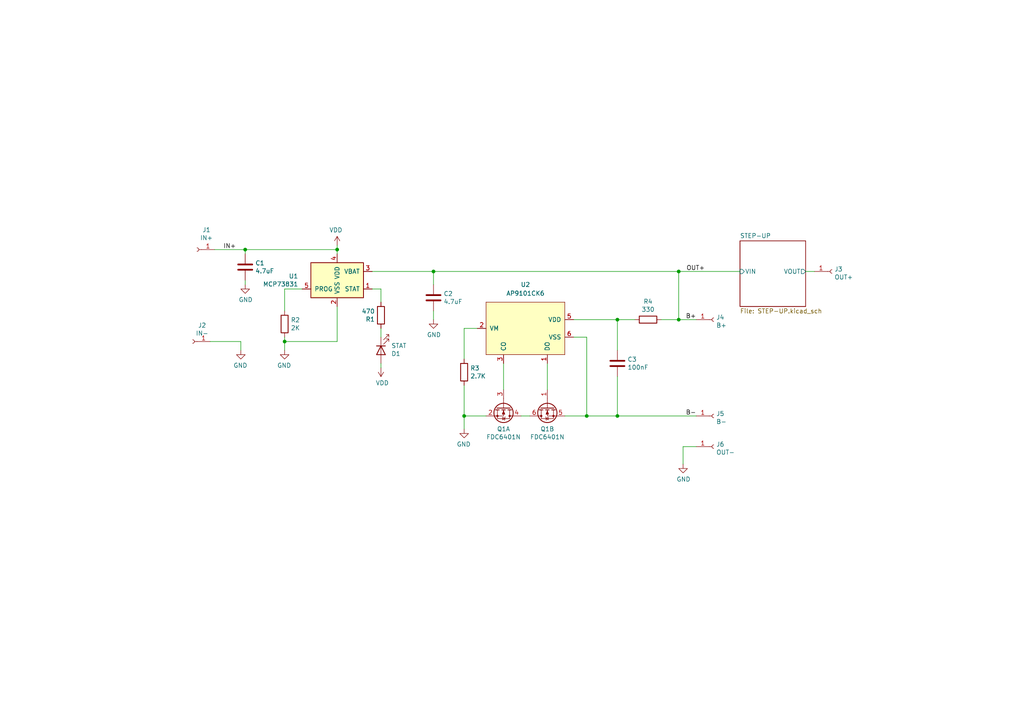
<source format=kicad_sch>
(kicad_sch (version 20211123) (generator eeschema)
  (paper "A4")
  (title_block (title "Cargador de Baterias Litio") (date "2020-09-01") (rev "V 1.0.0") (company "maykolrey.com"))
  (lib_symbols
    (symbol "Connector:Conn_01x01_Female" (pin_names (offset 1.016) hide)
      (property "Reference" "J" (at 0 2.54 0))
      (property "Value" "Conn_01x01_Female" (at 0 -2.54 0))
      (symbol "Conn_01x01_Female_1_1"
        (polyline (pts (xy -1.27 0) (xy -0.508 0)) (stroke (width 0.1524)))
        (arc (start 0 0.508) (mid -0.508 0) (end 0 -0.508) (stroke (width 0.1524)))
        (pin passive line (at -5.08 0 0) (length 3.81) (name "Pin_1") (number "1"))
      )
    )
    (symbol "Device:C" (pin_numbers hide) (pin_names (offset 0.254))
      (property "Reference" "C" (at 0.635 2.54 0))
      (property "Value" "C" (at 0.635 -2.54 0))
      (symbol "C_0_1"
        (polyline (pts (xy -2.032 -0.762) (xy 2.032 -0.762)) (stroke (width 0.508)))
        (polyline (pts (xy -2.032 0.762) (xy 2.032 0.762)) (stroke (width 0.508)))
      )
      (symbol "C_1_1"
        (pin passive line (at 0 3.81 270) (length 2.794) (name "~") (number "1"))
        (pin passive line (at 0 -3.81 90) (length 2.794) (name "~") (number "2"))
      )
    )
    (symbol "Device:LED" (pin_numbers hide) (pin_names (offset 1.016) hide)
      (property "Reference" "D" (at 0 2.54 0))
      (property "Value" "LED" (at 0 -2.54 0))
      (symbol "LED_0_1"
        (polyline (pts (xy -1.27 -1.27) (xy -1.27 1.27)) (stroke (width 0.254)))
        (polyline (pts (xy -1.27 0) (xy 1.27 0)))
        (polyline (pts (xy 1.27 -1.27) (xy 1.27 1.27) (xy -1.27 0) (xy 1.27 -1.27)) (stroke (width 0.254)))
        (polyline (pts (xy -3.048 -0.762) (xy -4.572 -2.286) (xy -3.81 -2.286) (xy -4.572 -2.286) (xy -4.572 -1.524)))
        (polyline (pts (xy -1.778 -0.762) (xy -3.302 -2.286) (xy -2.54 -2.286) (xy -3.302 -2.286) (xy -3.302 -1.524)))
      )
      (symbol "LED_1_1"
        (pin passive line (at -3.81 0 0) (length 2.54) (name "K") (number "1"))
        (pin passive line (at 3.81 0 180) (length 2.54) (name "A") (number "2"))
      )
    )
    (symbol "Device:R" (pin_numbers hide) (pin_names (offset 0))
      (property "Reference" "R" (at 2.032 0 90))
      (property "Value" "R" (at 0 0 90))
      (symbol "R_0_1"
        (rectangle (start -1.016 -2.54) (end 1.016 2.54) (stroke (width 0.254)))
      )
      (symbol "R_1_1"
        (pin passive line (at 0 3.81 270) (length 1.27) (name "~") (number "1"))
        (pin passive line (at 0 -3.81 90) (length 1.27) (name "~") (number "2"))
      )
    )
    (symbol "cargadorDeBateriasLitIon-rescue:AP9101C_SOT-26-Mss_devices" (pin_names (offset 1.016))
      (property "Reference" "U" (at 7.62 -8.89 0))
      (property "Value" "AP9101C_SOT-26-Mss_devices" (at -1.27 8.89 0))
      (symbol "AP9101C_SOT-26-Mss_devices_0_0"
        (pin output line (at -6.35 -10.16 90) (length 2.54) (name "DO") (number "1"))
        (pin output line (at 13.97 0 180) (length 2.54) (name "VM") (number "2"))
        (pin output line (at 6.35 -10.16 90) (length 2.54) (name "CO") (number "3"))
        (pin no_connect non_logic (at 0 -10.16 90) (length 2.54) hide (name "NC") (number "4"))
        (pin power_in line (at -13.97 2.54 0) (length 2.54) (name "VDD") (number "5"))
        (pin passive line (at -13.97 -2.54 0) (length 2.54) (name "VSS") (number "6"))
      )
      (symbol "AP9101C_SOT-26-Mss_devices_0_1"
        (rectangle (start -11.43 7.62) (end 11.43 -7.62) (fill (type background)))
      )
    )
    (symbol "cargadorDeBateriasLitIon-rescue:FDC6401N-MSS_Transistor" (pin_names (offset 0) hide)
      (property "Reference" "Q" (at 5.08 1.27 0))
      (property "Value" "FDC6401N-MSS_Transistor" (at 5.08 -1.27 0))
      (symbol "FDC6401N-MSS_Transistor_0_1"
        (polyline (pts (xy 0.254 0) (xy -2.54 0)))
        (polyline (pts (xy 0.254 1.905) (xy 0.254 -1.905)) (stroke (width 0.254)))
        (polyline (pts (xy 0.762 -1.27) (xy 0.762 -2.286)) (stroke (width 0.254)))
        (polyline (pts (xy 0.762 0.508) (xy 0.762 -0.508)) (stroke (width 0.254)))
        (polyline (pts (xy 0.762 2.286) (xy 0.762 1.27)) (stroke (width 0.254)))
        (polyline (pts (xy 2.54 2.54) (xy 2.54 1.778)))
        (polyline (pts (xy 2.54 -2.54) (xy 2.54 0) (xy 0.762 0)))
        (polyline (pts (xy 0.762 -1.778) (xy 3.302 -1.778) (xy 3.302 1.778) (xy 0.762 1.778)))
        (polyline (pts (xy 1.016 0) (xy 2.032 0.381) (xy 2.032 -0.381) (xy 1.016 0)) (fill (type outline)))
        (polyline (pts (xy 2.794 0.508) (xy 2.921 0.381) (xy 3.683 0.381) (xy 3.81 0.254)))
        (polyline (pts (xy 3.302 0.381) (xy 2.921 -0.254) (xy 3.683 -0.254) (xy 3.302 0.381)))
        (circle (center 1.651 0) (radius 2.794) (stroke (width 0.254)))
        (circle (center 2.54 -1.778) (radius 0.254) (fill (type outline)))
        (circle (center 2.54 1.778) (radius 0.254) (fill (type outline)))
      )
      (symbol "FDC6401N-MSS_Transistor_1_1"
        (pin passive line (at 2.54 -5.08 90) (length 2.54) (name "S") (number "2"))
        (pin input line (at -5.08 0 0) (length 2.54) (name "G") (number "3"))
        (pin passive line (at 2.54 5.08 270) (length 2.54) (name "D") (number "4"))
      )
      (symbol "FDC6401N-MSS_Transistor_2_1"
        (pin input line (at -5.08 0 0) (length 2.54) (name "G") (number "1"))
        (pin passive line (at 2.54 -5.08 90) (length 2.54) (name "S") (number "5"))
        (pin passive line (at 2.54 5.08 270) (length 2.54) (name "D") (number "6"))
      )
    )
    (symbol "cargadorDeBateriasLitIon-rescue:MCP73831-2-OT-Battery_Management" (pin_names (offset 1.016))
      (property "Reference" "U" (at -7.62 6.35 0))
      (property "Value" "MCP73831-2-OT-Battery_Management" (at 1.27 6.35 0))
      (symbol "MCP73831-2-OT-Battery_Management_0_1"
        (rectangle (start -7.62 5.08) (end 7.62 -5.08) (stroke (width 0.254)) (fill (type background)))
      )
      (symbol "MCP73831-2-OT-Battery_Management_1_1"
        (pin output line (at 10.16 -2.54 180) (length 2.54) (name "STAT") (number "1"))
        (pin power_in line (at 0 -7.62 90) (length 2.54) (name "VSS") (number "2"))
        (pin power_out line (at 10.16 2.54 180) (length 2.54) (name "VBAT") (number "3"))
        (pin power_in line (at 0 7.62 270) (length 2.54) (name "VDD") (number "4"))
        (pin input line (at -10.16 -2.54 0) (length 2.54) (name "PROG") (number "5"))
      )
    )
    (symbol "power:GND" (power) (pin_names (offset 0))
      (property "Value" "GND" (at 0 -3.81 0))
      (symbol "GND_0_1"
        (polyline (pts (xy 0 0) (xy 0 -1.27) (xy 1.27 -1.27) (xy 0 -2.54) (xy -1.27 -1.27) (xy 0 -1.27)))
      )
      (symbol "GND_1_1"
        (pin power_in line (at 0 0 270) (length 0) hide (name "GND") (number "1"))
      )
    )
    (symbol "power:VDD" (power) (pin_names (offset 0))
      (property "Value" "VDD" (at 0 3.81 0))
      (symbol "VDD_0_1"
        (polyline (pts (xy -0.762 1.27) (xy 0 2.54)))
        (polyline (pts (xy 0 0) (xy 0 2.54)))
        (polyline (pts (xy 0 2.54) (xy 0.762 1.27)))
      )
      (symbol "VDD_1_1"
        (pin power_in line (at 0 0 90) (length 0) hide (name "VDD") (number "1"))
      )
    )
  )
  (junction (at 170.18 120.65))
  (junction (at 179.07 92.71))
  (junction (at 179.07 120.65))
  (junction (at 196.85 78.74))
  (junction (at 82.55 99.06))
  (junction (at 196.85 92.71))
  (junction (at 134.62 120.65))
  (junction (at 71.12 72.39))
  (junction (at 97.79 72.39))
  (junction (at 125.73 78.74))
  (wire (pts (xy 138.43 95.25) (xy 134.62 95.25)))
  (wire (pts (xy 69.85 99.06) (xy 60.96 99.06)))
  (wire (pts (xy 170.18 120.65) (xy 179.07 120.65)))
  (wire (pts (xy 198.12 129.54) (xy 201.93 129.54)))
  (wire (pts (xy 97.79 88.9) (xy 97.79 99.06)))
  (wire (pts (xy 179.07 109.22) (xy 179.07 120.65)))
  (wire (pts (xy 170.18 120.65) (xy 163.83 120.65)))
  (wire (pts (xy 196.85 78.74) (xy 214.63 78.74)))
  (wire (pts (xy 110.49 106.68) (xy 110.49 105.41)))
  (wire (pts (xy 134.62 120.65) (xy 140.97 120.65)))
  (wire (pts (xy 97.79 71.12) (xy 97.79 72.39)))
  (wire (pts (xy 107.95 78.74) (xy 125.73 78.74)))
  (wire (pts (xy 198.12 134.62) (xy 198.12 129.54)))
  (wire (pts (xy 179.07 92.71) (xy 184.15 92.71)))
  (wire (pts (xy 134.62 111.76) (xy 134.62 120.65)))
  (wire (pts (xy 134.62 124.46) (xy 134.62 120.65)))
  (wire (pts (xy 158.75 105.41) (xy 158.75 113.03)))
  (wire (pts (xy 125.73 78.74) (xy 196.85 78.74)))
  (wire (pts (xy 97.79 72.39) (xy 97.79 73.66)))
  (wire (pts (xy 134.62 95.25) (xy 134.62 104.14)))
  (wire (pts (xy 71.12 82.55) (xy 71.12 81.28)))
  (wire (pts (xy 125.73 82.55) (xy 125.73 78.74)))
  (wire (pts (xy 110.49 95.25) (xy 110.49 97.79)))
  (wire (pts (xy 166.37 92.71) (xy 179.07 92.71)))
  (wire (pts (xy 179.07 120.65) (xy 201.93 120.65)))
  (wire (pts (xy 196.85 92.71) (xy 196.85 78.74)))
  (wire (pts (xy 82.55 90.17) (xy 82.55 83.82)))
  (wire (pts (xy 151.13 120.65) (xy 153.67 120.65)))
  (wire (pts (xy 191.77 92.71) (xy 196.85 92.71)))
  (wire (pts (xy 170.18 97.79) (xy 170.18 120.65)))
  (wire (pts (xy 110.49 83.82) (xy 110.49 87.63)))
  (wire (pts (xy 125.73 92.71) (xy 125.73 90.17)))
  (wire (pts (xy 82.55 99.06) (xy 82.55 101.6)))
  (wire (pts (xy 82.55 83.82) (xy 87.63 83.82)))
  (wire (pts (xy 236.22 78.74) (xy 233.68 78.74)))
  (wire (pts (xy 69.85 101.6) (xy 69.85 99.06)))
  (wire (pts (xy 97.79 99.06) (xy 82.55 99.06)))
  (wire (pts (xy 71.12 72.39) (xy 62.23 72.39)))
  (wire (pts (xy 110.49 83.82) (xy 107.95 83.82)))
  (wire (pts (xy 166.37 97.79) (xy 170.18 97.79)))
  (wire (pts (xy 196.85 92.71) (xy 201.93 92.71)))
  (wire (pts (xy 97.79 72.39) (xy 71.12 72.39)))
  (wire (pts (xy 146.05 105.41) (xy 146.05 113.03)))
  (wire (pts (xy 82.55 99.06) (xy 82.55 97.79)))
  (wire (pts (xy 179.07 101.6) (xy 179.07 92.71)))
  (wire (pts (xy 71.12 72.39) (xy 71.12 73.66)))
  (label "OUT+" (at 204.47 78.74 180))
  (label "B+" (at 201.93 92.71 180))
  (label "B-" (at 201.93 120.65 180))
  (label "IN+" (at 64.77 72.39 0))
  (symbol (lib_id "cargadorDeBateriasLitIon-rescue:MCP73831-2-OT-Battery_Management") (at 97.79 81.28 0) (unit 1)
    (property "Reference" "U1" (at 86.5124 80.1116 0) (effects (justify right)))
    (property "Value" "MCP73831" (at 86.5124 82.423 0) (effects (justify right)))
    (property "Footprint" "Package_TO_SOT_SMD:SOT-23-5" (effects hide))
    (property "Datasheet" "https://ww1.microchip.com/downloads/en/DeviceDoc/MCP73831-Family-Data-Sheet-DS20001984H.pdf" (effects hide))
    (property "Mfg Part #" "MCP73831T-2ACI/OT" (effects hide))
  )
  (symbol (lib_id "cargadorDeBateriasLitIon-rescue:AP9101C_SOT-26-Mss_devices") (at 152.4 95.25 0) (mirror y) (unit 1)
    (property "Reference" "U2" (at 152.4 82.55 0))
    (property "Value" "AP9101CK6" (at 152.4 85.09 0))
    (property "Footprint" "MSS_Devices:SOT26" (effects hide))
    (property "Datasheet" "https://www.diodes.com/assets/Datasheets/AP9101C.pdf" (effects hide))
    (property "Mfg Part #" "AP9101CK6-ADTRG1" (effects hide))
  )
  (symbol (lib_id "Device:R") (at 187.96 92.71 90) (mirror x) (unit 1)
    (property "Reference" "R4" (at 187.96 87.4522 90))
    (property "Value" "330" (at 187.96 89.7636 90))
    (property "Footprint" "Resistor_SMD:R_0603_1608Metric" (effects hide))
    (property "Mfg Part #" "CR0603-JW-331ELF" (effects hide))
  )
  (symbol (lib_id "Device:C") (at 179.07 105.41 0) (mirror y) (unit 1)
    (property "Reference" "C3" (at 181.991 104.2416 0) (effects (justify right)))
    (property "Value" "100nF" (at 181.991 106.553 0) (effects (justify right)))
    (property "Footprint" "Capacitor_SMD:C_0603_1608Metric" (effects hide))
    (property "Mfg Part #" "C0603C104M4RACTU" (effects hide))
  )
  (symbol (lib_id "Device:R") (at 134.62 107.95 0) (mirror y) (unit 1)
    (property "Reference" "R3" (at 136.398 106.7816 0) (effects (justify right)))
    (property "Value" "2.7K" (at 136.398 109.093 0) (effects (justify right)))
    (property "Footprint" "Resistor_SMD:R_0603_1608Metric" (effects hide))
    (property "Mfg Part #" "RMCF0603JT2K70" (effects hide))
  )
  (symbol (lib_id "Device:R") (at 82.55 93.98 180) (unit 1)
    (property "Reference" "R2" (at 84.328 92.8116 0) (effects (justify right)))
    (property "Value" "2K" (at 84.328 95.123 0) (effects (justify right)))
    (property "Footprint" "Resistor_SMD:R_0603_1608Metric" (effects hide))
    (property "Mfg Part #" "RMCF0603JT2K00" (effects hide))
  )
  (symbol (lib_id "Device:LED") (at 110.49 101.6 90) (mirror x) (unit 1)
    (property "Reference" "D1" (at 113.4872 102.5906 90) (effects (justify right)))
    (property "Value" "STAT" (at 113.4872 100.2792 90) (effects (justify right)))
    (property "Footprint" "LED_SMD:LED_0603_1608Metric" (effects hide))
    (property "Mfg Part #" "SML-D12U1WT86" (effects hide))
  )
  (symbol (lib_id "Device:R") (at 110.49 91.44 0) (unit 1)
    (property "Reference" "R1" (at 108.7374 92.6084 0) (effects (justify right)))
    (property "Value" "470" (at 108.7374 90.297 0) (effects (justify right)))
    (property "Footprint" "Resistor_SMD:R_0603_1608Metric" (effects hide))
    (property "Mfg Part #" "RC0603JR-07470RL" (effects hide))
  )
  (symbol (lib_id "Device:C") (at 125.73 86.36 0) (mirror y) (unit 1)
    (property "Reference" "C2" (at 128.651 85.1916 0) (effects (justify right)))
    (property "Value" "4.7uF" (at 128.651 87.503 0) (effects (justify right)))
    (property "Footprint" "Capacitor_SMD:C_0603_1608Metric" (effects hide))
    (property "Mfg Part #" "CC0603ZRY5V5BB475" (effects hide))
  )
  (symbol (lib_id "Device:C") (at 71.12 77.47 0) (mirror y) (unit 1)
    (property "Reference" "C1" (at 74.041 76.3016 0) (effects (justify right)))
    (property "Value" "4.7uF" (at 74.041 78.613 0) (effects (justify right)))
    (property "Footprint" "Capacitor_SMD:C_0603_1608Metric" (effects hide))
    (property "Mfg Part #" "CC0603ZRY5V5BB475" (effects hide))
  )
  (symbol (lib_id "power:GND") (at 82.55 101.6 0) (mirror y) (unit 1)
    (property "Reference" "#PWR0101" (effects hide))
    (property "Value" "GND" (at 82.423 105.9942 0))
  )
  (symbol (lib_id "power:GND") (at 125.73 92.71 0) (unit 1)
    (property "Reference" "#PWR0103" (effects hide))
    (property "Value" "GND" (at 125.857 97.1042 0))
  )
  (symbol (lib_id "power:GND") (at 71.12 82.55 0) (unit 1)
    (property "Reference" "#PWR0104" (effects hide))
    (property "Value" "GND" (at 71.247 86.9442 0))
  )
  (symbol (lib_id "Connector:Conn_01x01_Female") (at 57.15 72.39 180) (unit 1)
    (property "Reference" "J1" (at 59.8932 66.675 0))
    (property "Value" "IN+" (at 59.8932 68.9864 0))
    (property "Footprint" "TestPoint:TestPoint_THTPad_1.5x1.5mm_Drill0.7mm" (effects hide))
    (property "Mfg Part #" "DNP" (effects hide))
  )
  (symbol (lib_id "Connector:Conn_01x01_Female") (at 241.3 78.74 0) (unit 1)
    (property "Reference" "J3" (at 242.0112 78.0796 0) (effects (justify left)))
    (property "Value" "OUT+" (at 242.0112 80.391 0) (effects (justify left)))
    (property "Footprint" "TestPoint:TestPoint_THTPad_1.5x1.5mm_Drill0.7mm" (effects hide))
    (property "Mfg Part #" "DNP" (effects hide))
  )
  (symbol (lib_id "Connector:Conn_01x01_Female") (at 207.01 92.71 0) (unit 1)
    (property "Reference" "J4" (at 207.7212 92.0496 0) (effects (justify left)))
    (property "Value" "B+" (at 207.7212 94.361 0) (effects (justify left)))
    (property "Footprint" "TestPoint:TestPoint_THTPad_1.5x1.5mm_Drill0.7mm" (effects hide))
    (property "Mfg Part #" "DNP" (effects hide))
  )
  (symbol (lib_id "Connector:Conn_01x01_Female") (at 207.01 120.65 0) (unit 1)
    (property "Reference" "J5" (at 207.7212 119.9896 0) (effects (justify left)))
    (property "Value" "B-" (at 207.7212 122.301 0) (effects (justify left)))
    (property "Footprint" "TestPoint:TestPoint_THTPad_1.5x1.5mm_Drill0.7mm" (effects hide))
    (property "Mfg Part #" "DNP" (effects hide))
  )
  (symbol (lib_id "Connector:Conn_01x01_Female") (at 207.01 129.54 0) (unit 1)
    (property "Reference" "J6" (at 207.7212 128.8796 0) (effects (justify left)))
    (property "Value" "OUT-" (at 207.7212 131.191 0) (effects (justify left)))
    (property "Footprint" "TestPoint:TestPoint_THTPad_1.5x1.5mm_Drill0.7mm" (effects hide))
    (property "Mfg Part #" "DNP" (effects hide))
  )
  (symbol (lib_id "power:GND") (at 198.12 134.62 0) (unit 1)
    (property "Reference" "#PWR02" (effects hide))
    (property "Value" "GND" (at 198.247 139.0142 0))
  )
  (symbol (lib_id "Connector:Conn_01x01_Female") (at 55.88 99.06 0) (mirror y) (unit 1)
    (property "Reference" "J2" (at 58.6232 94.361 0))
    (property "Value" "IN-" (at 58.6232 96.6724 0))
    (property "Footprint" "TestPoint:TestPoint_THTPad_1.5x1.5mm_Drill0.7mm" (effects hide))
    (property "Mfg Part #" "DNP" (effects hide))
  )
  (symbol (lib_id "power:GND") (at 69.85 101.6 0) (mirror y) (unit 1)
    (property "Reference" "#PWR01" (effects hide))
    (property "Value" "GND" (at 69.723 105.9942 0))
  )
  (symbol (lib_id "cargadorDeBateriasLitIon-rescue:FDC6401N-MSS_Transistor") (at 158.75 118.11 90) (mirror x) (unit 2)
    (property "Reference" "Q1" (at 158.75 124.4346 90))
    (property "Value" "FDC6401N" (at 158.75 126.746 90))
    (property "Footprint" "Package_TO_SOT_SMD:SuperSOT-6" (effects hide))
    (property "Datasheet" "https://datasheet.lcsc.com/szlcsc/ON-Semicon-ON-FDC6401N_C154559.pdf" (effects hide))
    (property "Mfg Part #" "FDC6401N" (effects hide))
  )
  (symbol (lib_id "cargadorDeBateriasLitIon-rescue:FDC6401N-MSS_Transistor") (at 146.05 118.11 270) (unit 1)
    (property "Reference" "Q1" (at 146.05 124.4346 90))
    (property "Value" "FDC6401N" (at 146.05 126.746 90))
    (property "Footprint" "Package_TO_SOT_SMD:SuperSOT-6" (effects hide))
    (property "Datasheet" "https://datasheet.lcsc.com/szlcsc/ON-Semicon-ON-FDC6401N_C154559.pdf" (effects hide))
    (property "Mfg Part #" "FDC6401N" (effects hide))
  )
  (symbol (lib_id "power:VDD") (at 97.79 71.12 0) (mirror y) (unit 1)
    (property "Reference" "#PWR0102" (effects hide))
    (property "Value" "VDD" (at 97.409 66.7258 0))
  )
  (symbol (lib_id "power:VDD") (at 110.49 106.68 0) (mirror x) (unit 1)
    (property "Reference" "#PWR0105" (effects hide))
    (property "Value" "VDD" (at 110.871 111.0742 0))
  )
  (symbol (lib_id "power:GND") (at 134.62 124.46 0) (mirror y) (unit 1)
    (property "Reference" "#PWR0106" (effects hide))
    (property "Value" "GND" (at 134.493 128.8542 0))
  )
  (sheet (at 214.63 69.85) (size 19.05 19.05)
    (property "Sheet name" "STEP-UP" (at 214.63 69.1384 0) (effects (justify left bottom)))
    (property "Sheet file" "STEP-UP.kicad_sch" (at 214.63 89.4846 0) (effects (justify left top)))
    (pin "VIN" input (at 214.63 78.74 180))
    (pin "VOUT" output (at 233.68 78.74 0))
  )
)
</source>
